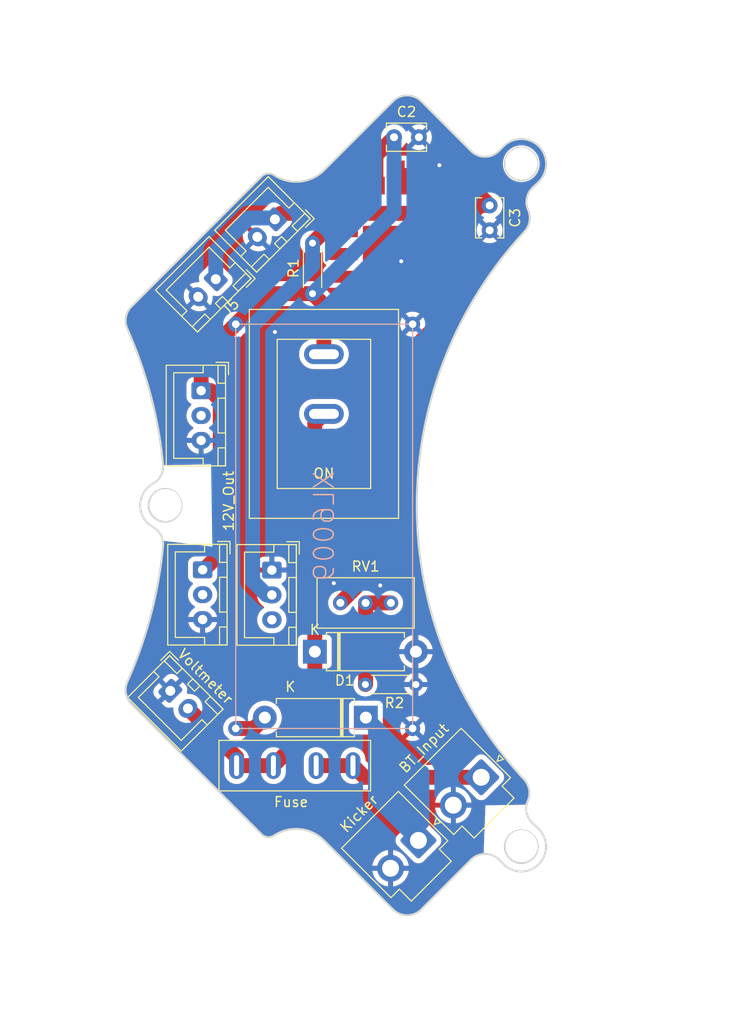
<source format=kicad_pcb>
(kicad_pcb (version 20221018) (generator pcbnew)
  (layers (0 "F.Cu" signal) (31 "B.Cu" signal) (34 "B.Paste" user) (35 "F.Paste" user) (36 "B.SilkS" user "B.Silkscreen") (37 "F.SilkS" user "F.Silkscreen") (38 "B.Mask" user) (39 "F.Mask" user) (44 "Edge.Cuts" user))
  (net 0 "")
  (net 1 "GND")
  (net 2 "+12V")
  (net 3 "+5V")
  (net 4 "Net-(U1-ON{slash}OFF_CTRL)")
  (net 5 "Net-(R2-Pad1)")
  (net 6 "Net-(U1-TRIM)")
  (net 8 "+48V")
  (net 10 "Net-(D2-A)")
  (net 11 "Net-(BT1-+)")
  (net 12 "電圧計")
  (footprint "Connector_JST:JST_XH_B2B-XH-A_1x02_P2.50mm_Vertical" (layer "F.Cu") (at 102.8446 125.8316 -45)
    (fp_text reference "Voltmeter" (at 1.472762 -3.52026 135) (layer "F.SilkS"))
    (fp_text value "Conn_01x02_Socket" hide)
    (fp_line (start -2.85 -2.75) (end -2.85 -1.5) (stroke (width 0.12)) (layer "F.SilkS"))
    (fp_line (start -2.56 -2.46) (end -2.56 3.51) (stroke (width 0.12)) (layer "F.SilkS"))
    (fp_line (start -2.56 3.51) (end 5.06 3.51) (stroke (width 0.12)) (layer "F.SilkS"))
    (fp_line (start -2.55 -2.45) (end -2.55 -1.7) (stroke (width 0.12)) (layer "F.SilkS"))
    (fp_line (start -2.55 -1.7) (end -0.75 -1.7) (stroke (width 0.12)) (layer "F.SilkS"))
    (fp_line (start -2.55 -0.2) (end -1.8 -0.2) (stroke (width 0.12)) (layer "F.SilkS"))
    (fp_line (start -1.8 -0.2) (end -1.8 2.75) (stroke (width 0.12)) (layer "F.SilkS"))
    (fp_line (start -1.8 2.75) (end 1.25 2.75) (stroke (width 0.12)) (layer "F.SilkS"))
    (fp_line (start -1.6 -2.75) (end -2.85 -2.75) (stroke (width 0.12)) (layer "F.SilkS"))
    (fp_line (start -0.75 -2.45) (end -2.55 -2.45) (stroke (width 0.12)) (layer "F.SilkS"))
    (fp_line (start -0.75 -1.7) (end -0.75 -2.45) (stroke (width 0.12)) (layer "F.SilkS"))
    (fp_line (start 0.75 -2.45) (end 0.75 -1.7) (stroke (width 0.12)) (layer "F.SilkS"))
    (fp_line (start 0.75 -1.7) (end 1.75 -1.7) (stroke (width 0.12)) (layer "F.SilkS"))
    (fp_line (start 1.75 -2.45) (end 0.75 -2.45) (stroke (width 0.12)) (layer "F.SilkS"))
    (fp_line (start 1.75 -1.7) (end 1.75 -2.45) (stroke (width 0.12)) (layer "F.SilkS"))
    (fp_line (start 3.25 -2.45) (end 3.25 -1.7) (stroke (width 0.12)) (layer "F.SilkS"))
    (fp_line (start 3.25 -1.7) (end 5.05 -1.7) (stroke (width 0.12)) (layer "F.SilkS"))
    (fp_line (start 4.3 -0.2) (end 4.3 2.75) (stroke (width 0.12)) (layer "F.SilkS"))
    (fp_line (start 4.3 2.75) (end 1.25 2.75) (stroke (width 0.12)) (layer "F.SilkS"))
    (fp_line (start 5.05 -2.45) (end 3.25 -2.45) (stroke (width 0.12)) (layer "F.SilkS"))
    (fp_line (start 5.05 -1.7) (end 5.05 -2.45) (stroke (width 0.12)) (layer "F.SilkS"))
    (fp_line (start 5.05 -0.2) (end 4.3 -0.2) (stroke (width 0.12)) (layer "F.SilkS"))
    (fp_line (start 5.06 -2.46) (end -2.56 -2.46) (stroke (width 0.12)) (layer "F.SilkS"))
    (fp_line (start 5.06 3.51) (end 5.06 -2.46) (stroke (width 0.12)) (layer "F.SilkS"))
    (pad "1" thru_hole roundrect (at 0 0 315) (size 1.7 2) (drill 1) (layers "*.Cu" "*.Mask") (roundrect_rratio 0.1470588235) (net 1 "GND"))
    (pad "2" thru_hole oval (at 2.5 0 315) (size 1.7 2) (drill 1) (layers "*.Cu" "*.Mask") (net 12 "電圧計"))
  )
  (footprint "Diode_THT:D_DO-15_P10.16mm_Horizontal" (layer "F.Cu") (at 117.3734 121.8946)
    (fp_text reference "D1" (at 2.9972 2.8956) (layer "F.SilkS"))
    (fp_text value "D")
    (fp_text user "K" (at 0 -2.2) (layer "F.SilkS"))
    (fp_line (start 1.16 -1.92) (end 9 -1.92) (stroke (width 0.12)) (layer "F.SilkS"))
    (fp_line (start 1.16 -1.44) (end 1.16 -1.92) (stroke (width 0.12)) (layer "F.SilkS"))
    (fp_line (start 1.16 1.44) (end 1.16 1.92) (stroke (width 0.12)) (layer "F.SilkS"))
    (fp_line (start 1.16 1.92) (end 9 1.92) (stroke (width 0.12)) (layer "F.SilkS"))
    (fp_line (start 2.3 -1.92) (end 2.3 1.92) (stroke (width 0.12)) (layer "F.SilkS"))
    (fp_line (start 2.42 -1.92) (end 2.42 1.92) (stroke (width 0.12)) (layer "F.SilkS"))
    (fp_line (start 2.54 -1.92) (end 2.54 1.92) (stroke (width 0.12)) (layer "F.SilkS"))
    (fp_line (start 9 -1.92) (end 9 -1.44) (stroke (width 0.12)) (layer "F.SilkS"))
    (fp_line (start 9 1.92) (end 9 1.44) (stroke (width 0.12)) (layer "F.SilkS"))
    (pad "1" thru_hole rect (at 0 0) (size 2.4 2.4) (drill 1.2) (layers "*.Cu" "*.Mask") (net 12 "電圧計"))
    (pad "2" thru_hole oval (at 10.16 0) (size 2.4 2.4) (drill 1.2) (layers "*.Cu" "*.Mask") (net 1 "GND"))
  )
  (footprint "Resistor_THT:R_Axial_DIN0204_L3.6mm_D1.6mm_P5.08mm_Horizontal" (layer "F.Cu") (at 122.4534 125.1966)
    (fp_text reference "R2" (at 2.921 1.8542) (layer "F.SilkS"))
    (fp_text value "R" hide)
    (fp_line (start 0.62 -0.92) (end 4.46 -0.92) (stroke (width 0.12)) (layer "F.SilkS"))
    (fp_line (start 0.62 0.92) (end 4.46 0.92) (stroke (width 0.12)) (layer "F.SilkS"))
    (pad "1" thru_hole circle (at 0 0) (size 1.4 1.4) (drill 0.7) (layers "*.Cu" "*.Mask") (net 5 "Net-(R2-Pad1)"))
    (pad "2" thru_hole oval (at 5.08 0) (size 1.4 1.4) (drill 0.7) (layers "*.Cu" "*.Mask") (net 1 "GND"))
  )
  (footprint "MountingHole:MountingHole_3.2mm_M3" (layer "F.Cu") (at 138.1506 141.4526)
    (fp_text reference "REF**" hide)
    (fp_text value "MountingHole_3.2mm_M3")
    (pad "" np_thru_hole circle (at 0 0) (size 3.2 3.2) (drill 3.2) (layers "F&B.Cu" "*.Mask"))
  )
  (footprint "Potentiometer_THT:Potentiometer_Bourns_3296W_Vertical" (layer "F.Cu") (at 125.0188 116.9924)
    (fp_text reference "RV1" (at -2.54 -3.66) (layer "F.SilkS"))
    (fp_text value "R_Potentiometer_Trim_US" hide)
    (fp_line (start -7.425 -2.53) (end -7.425 2.54) (stroke (width 0.12)) (layer "F.SilkS"))
    (fp_line (start -7.425 -2.53) (end 2.345 -2.53) (stroke (width 0.12)) (layer "F.SilkS"))
    (fp_line (start -7.425 2.54) (end 2.345 2.54) (stroke (width 0.12)) (layer "F.SilkS"))
    (fp_line (start 2.345 -2.53) (end 2.345 2.54) (stroke (width 0.12)) (layer "F.SilkS"))
    (pad "1" thru_hole circle (at 0 0) (size 1.44 1.44) (drill 0.8) (layers "*.Cu" "*.Mask") (net 5 "Net-(R2-Pad1)"))
    (pad "2" thru_hole circle (at -2.54 0) (size 1.44 1.44) (drill 0.8) (layers "*.Cu" "*.Mask") (net 5 "Net-(R2-Pad1)"))
    (pad "3" thru_hole circle (at -5.08 0) (size 1.44 1.44) (drill 0.8) (layers "*.Cu" "*.Mask") (net 6 "Net-(U1-TRIM)"))
  )
  (footprint "Fuse_Socket:fuse_socket" (layer "F.Cu") (at 115.3588 135.89 180)
    (fp_text reference "Fuse" (at 0.373 -1.1176) (layer "F.SilkS"))
    (fp_text value "Fuse" hide)
    (fp_line (start -7.62 0) (end -7.62 5.08) (stroke (width 0.12)) (layer "F.SilkS"))
    (fp_line (start -7.62 5.08) (end 0 5.08) (stroke (width 0.12)) (layer "F.SilkS"))
    (fp_line (start 0 0) (end -7.62 0) (stroke (width 0.12)) (layer "F.SilkS"))
    (fp_line (start 0 5.08) (end 7.62 5.08) (stroke (width 0.12)) (layer "F.SilkS"))
    (fp_line (start 7.62 0) (end 0 0) (stroke (width 0.12)) (layer "F.SilkS"))
    (fp_line (start 7.62 5.08) (end 7.62 0) (stroke (width 0.12)) (layer "F.SilkS"))
    (pad "1" thru_hole oval (at -5.85 2.54 180) (size 1.5 2.7) (drill oval 0.5 2.1) (layers "*.Cu" "*.Mask") (net 11 "Net-(BT1-+)"))
    (pad "1" thru_hole oval (at -2.15 2.54 180) (size 1.5 2.7) (drill oval 0.5 2.1) (layers "*.Cu" "*.Mask") (net 11 "Net-(BT1-+)"))
    (pad "2" thru_hole oval (at 2.15 2.54 180) (size 1.5 2.7) (drill oval 0.5 2.1) (layers "*.Cu" "*.Mask") (net 12 "電圧計"))
    (pad "2" thru_hole oval (at 5.85 2.54 180) (size 1.5 2.7) (drill oval 0.5 2.1) (layers "*.Cu" "*.Mask") (net 12 "電圧計"))
  )
  (footprint "Connector_JST:JST_XH_B3B-XH-A_1x03_P2.50mm_Vertical" (layer "F.Cu") (at 106.0958 113.665 -90)
    (fp_text reference "12V_Out" (at -6.9088 -2.6162 90) (layer "F.SilkS"))
    (fp_text value "Conn_01x03_Socket" hide)
    (fp_line (start -2.85 -2.75) (end -2.85 -1.5) (stroke (width 0.12)) (layer "F.SilkS"))
    (fp_line (start -2.56 -2.46) (end -2.56 3.51) (stroke (width 0.12)) (layer "F.SilkS"))
    (fp_line (start -2.56 3.51) (end 7.56 3.51) (stroke (width 0.12)) (layer "F.SilkS"))
    (fp_line (start -2.55 -2.45) (end -2.55 -1.7) (stroke (width 0.12)) (layer "F.SilkS"))
    (fp_line (start -2.55 -1.7) (end -0.75 -1.7) (stroke (width 0.12)) (layer "F.SilkS"))
    (fp_line (start -2.55 -0.2) (end -1.8 -0.2) (stroke (width 0.12)) (layer "F.SilkS"))
    (fp_line (start -1.8 -0.2) (end -1.8 2.75) (stroke (width 0.12)) (layer "F.SilkS"))
    (fp_line (start -1.8 2.75) (end 2.5 2.75) (stroke (width 0.12)) (layer "F.SilkS"))
    (fp_line (start -1.6 -2.75) (end -2.85 -2.75) (stroke (width 0.12)) (layer "F.SilkS"))
    (fp_line (start -0.75 -2.45) (end -2.55 -2.45) (stroke (width 0.12)) (layer "F.SilkS"))
    (fp_line (start -0.75 -1.7) (end -0.75 -2.45) (stroke (width 0.12)) (layer "F.SilkS"))
    (fp_line (start 0.75 -2.45) (end 0.75 -1.7) (stroke (width 0.12)) (layer "F.SilkS"))
    (fp_line (start 0.75 -1.7) (end 4.25 -1.7) (stroke (width 0.12)) (layer "F.SilkS"))
    (fp_line (start 4.25 -2.45) (end 0.75 -2.45) (stroke (width 0.12)) (layer "F.SilkS"))
    (fp_line (start 4.25 -1.7) (end 4.25 -2.45) (stroke (width 0.12)) (layer "F.SilkS"))
    (fp_line (start 5.75 -2.45) (end 5.75 -1.7) (stroke (width 0.12)) (layer "F.SilkS"))
    (fp_line (start 5.75 -1.7) (end 7.55 -1.7) (stroke (width 0.12)) (layer "F.SilkS"))
    (fp_line (start 6.8 -0.2) (end 6.8 2.75) (stroke (width 0.12)) (layer "F.SilkS"))
    (fp_line (start 6.8 2.75) (end 2.5 2.75) (stroke (width 0.12)) (layer "F.SilkS"))
    (fp_line (start 7.55 -2.45) (end 5.75 -2.45) (stroke (width 0.12)) (layer "F.SilkS"))
    (fp_line (start 7.55 -1.7) (end 7.55 -2.45) (stroke (width 0.12)) (layer "F.SilkS"))
    (fp_line (start 7.55 -0.2) (end 6.8 -0.2) (stroke (width 0.12)) (layer "F.SilkS"))
    (fp_line (start 7.56 -2.46) (end -2.56 -2.46) (stroke (width 0.12)) (layer "F.SilkS"))
    (fp_line (start 7.56 3.51) (end 7.56 -2.46) (stroke (width 0.12)) (layer "F.SilkS"))
    (pad "1" thru_hole roundrect (at 0 0 270) (size 1.7 1.95) (drill 0.95) (layers "*.Cu" "*.Mask") (roundrect_rratio 0.1470588235) (net 2 "+12V"))
    (pad "2" thru_hole oval (at 2.5 0 270) (size 1.7 1.95) (drill 0.95) (layers "*.Cu" "*.Mask"))
    (pad "3" thru_hole oval (at 5 0 270) (size 1.7 1.95) (drill 0.95) (layers "*.Cu" "*.Mask") (net 1 "GND"))
  )
  (footprint "Connector_JST:JST_XH_B3B-XH-A_1x03_P2.50mm_Vertical" (layer "F.Cu") (at 113.0554 113.6904 -90)
    (fp_text reference "SW2" hide)
    (fp_text value "SW_DIP_x01" hide)
    (fp_line (start -2.85 -2.75) (end -2.85 -1.5) (stroke (width 0.12)) (layer "F.SilkS"))
    (fp_line (start -2.56 -2.46) (end -2.56 3.51) (stroke (width 0.12)) (layer "F.SilkS"))
    (fp_line (start -2.56 3.51) (end 7.56 3.51) (stroke (width 0.12)) (layer "F.SilkS"))
    (fp_line (start -2.55 -2.45) (end -2.55 -1.7) (stroke (width 0.12)) (layer "F.SilkS"))
    (fp_line (start -2.55 -1.7) (end -0.75 -1.7) (stroke (width 0.12)) (layer "F.SilkS"))
    (fp_line (start -2.55 -0.2) (end -1.8 -0.2) (stroke (width 0.12)) (layer "F.SilkS"))
    (fp_line (start -1.8 -0.2) (end -1.8 2.75) (stroke (width 0.12)) (layer "F.SilkS"))
    (fp_line (start -1.8 2.75) (end 2.5 2.75) (stroke (width 0.12)) (layer "F.SilkS"))
    (fp_line (start -1.6 -2.75) (end -2.85 -2.75) (stroke (width 0.12)) (layer "F.SilkS"))
    (fp_line (start -0.75 -2.45) (end -2.55 -2.45) (stroke (width 0.12)) (layer "F.SilkS"))
    (fp_line (start -0.75 -1.7) (end -0.75 -2.45) (stroke (width 0.12)) (layer "F.SilkS"))
    (fp_line (start 0.75 -2.45) (end 0.75 -1.7) (stroke (width 0.12)) (layer "F.SilkS"))
    (fp_line (start 0.75 -1.7) (end 4.25 -1.7) (stroke (width 0.12)) (layer "F.SilkS"))
    (fp_line (start 4.25 -2.45) (end 0.75 -2.45) (stroke (width 0.12)) (layer "F.SilkS"))
    (fp_line (start 4.25 -1.7) (end 4.25 -2.45) (stroke (width 0.12)) (layer "F.SilkS"))
    (fp_line (start 5.75 -2.45) (end 5.75 -1.7) (stroke (width 0.12)) (layer "F.SilkS"))
    (fp_line (start 5.75 -1.7) (end 7.55 -1.7) (stroke (width 0.12)) (layer "F.SilkS"))
    (fp_line (start 6.8 -0.2) (end 6.8 2.75) (stroke (width 0.12)) (layer "F.SilkS"))
    (fp_line (start 6.8 2.75) (end 2.5 2.75) (stroke (width 0.12)) (layer "F.SilkS"))
    (fp_line (start 7.55 -2.45) (end 5.75 -2.45) (stroke (width 0.12)) (layer "F.SilkS"))
    (fp_line (start 7.55 -1.7) (end 7.55 -2.45) (stroke (width 0.12)) (layer "F.SilkS"))
    (fp_line (start 7.55 -0.2) (end 6.8 -0.2) (stroke (width 0.12)) (layer "F.SilkS"))
    (fp_line (start 7.56 -2.46) (end -2.56 -2.46) (stroke (width 0.12)) (layer "F.SilkS"))
    (fp_line (start 7.56 3.51) (end 7.56 -2.46) (stroke (width 0.12)) (layer "F.SilkS"))
    (pad "1" thru_hole roundrect (at 0 0 270) (size 1.7 1.95) (drill 0.95) (layers "*.Cu" "*.Mask") (roundrect_rratio 0.1470588235) (net 1 "GND"))
    (pad "2" thru_hole oval (at 2.5 0 270) (size 1.7 1.95) (drill 0.95) (layers "*.Cu" "*.Mask") (net 4 "Net-(U1-ON{slash}OFF_CTRL)"))
    (pad "3" thru_hole oval (at 5 0 270) (size 1.7 1.95) (drill 0.95) (layers "*.Cu" "*.Mask"))
  )
  (footprint "switch:DS-850k" (layer "F.Cu") (at 118.2878 97.9932 -90)
    (fp_text reference "SW1" hide)
    (fp_text value "SW_DIP_x01")
    (fp_text user "ON" (at 6 0) (layer "F.SilkS"))
    (fp_line (start -10.5 -7.5) (end -10.5 7.5) (stroke (width 0.12)) (layer "F.SilkS"))
    (fp_line (start -10.5 7.5) (end 10.5 7.5) (stroke (width 0.12)) (layer "F.SilkS"))
    (fp_line (start -7.5 -4.7) (end -7.5 4.7) (stroke (width 0.12)) (layer "F.SilkS"))
    (fp_line (start -7.5 4.7) (end 7.5 4.7) (stroke (width 0.12)) (layer "F.SilkS"))
    (fp_line (start 7.5 -4.7) (end -7.5 -4.7) (stroke (width 0.12)) (layer "F.SilkS"))
    (fp_line (start 7.5 0) (end 7.5 -4.7) (stroke (width 0.12)) (layer "F.SilkS"))
    (fp_line (start 7.5 4.7) (end 7.5 0) (stroke (width 0.12)) (layer "F.SilkS"))
    (fp_line (start 10.5 -7.5) (end -10.5 -7.5) (stroke (width 0.12)) (layer "F.SilkS"))
    (fp_line (start 10.5 0) (end 10.5 -7.5) (stroke (width 0.12)) (layer "F.SilkS"))
    (fp_line (start 10.5 7.5) (end 10.5 0) (stroke (width 0.12)) (layer "F.SilkS"))
    (pad "1" thru_hole oval (at 0 0) (size 4 2) (drill oval 3 1) (layers "*.Cu" "*.Mask") (net 12 "電圧計"))
    (pad "2" thru_hole oval (at -6 0) (size 4 2) (drill oval 3 1) (layers "*.Cu" "*.Mask") (net 2 "+12V"))
  )
  (footprint "MountingHole:MountingHole_3.2mm_M3" (layer "F.Cu") (at 138.1252 72.8472)
    (fp_text reference "REF**" hide)
    (fp_text value "MountingHole_3.2mm_M3")
    (pad "" np_thru_hole circle (at 0 0) (size 3.2 3.2) (drill 3.2) (layers "F&B.Cu" "*.Mask"))
  )
  (footprint "Connector_JST:JST_VH_B2P-VH_1x02_P3.96mm_Vertical" (layer "F.Cu") (at 134.09758 134.523238 -135)
    (fp_text reference "BT_Input" (at 1.99796 6.13572 45) (layer "F.SilkS"))
    (fp_text value "Battery" hide)
    (fp_line (start -2.86 -0.3) (end -2.26 0) (stroke (width 0.12)) (layer "F.SilkS"))
    (fp_line (start -2.86 0.3) (end -2.86 -0.3) (stroke (width 0.12)) (layer "F.SilkS"))
    (fp_line (start -2.26 0) (end -2.86 0.3) (stroke (width 0.12)) (layer "F.SilkS"))
    (fp_line (start -2.06 -2.11) (end -0.86 -2.11) (stroke (width 0.12)) (layer "F.SilkS"))
    (fp_line (start -2.06 4.91) (end -2.06 -2.11) (stroke (width 0.12)) (layer "F.SilkS"))
    (fp_line (start -0.86 -3.81) (end 4.82 -3.81) (stroke (width 0.12)) (layer "F.SilkS"))
    (fp_line (start -0.86 -2.11) (end -0.86 -3.81) (stroke (width 0.12)) (layer "F.SilkS"))
    (fp_line (start 4.82 -3.81) (end 4.82 -2.11) (stroke (width 0.12)) (layer "F.SilkS"))
    (fp_line (start 4.82 -2.11) (end 6.02 -2.11) (stroke (width 0.12)) (layer "F.SilkS"))
    (fp_line (start 6.02 -2.11) (end 6.02 4.91) (stroke (width 0.12)) (layer "F.SilkS"))
    (fp_line (start 6.02 4.91) (end -2.06 4.91) (stroke (width 0.12)) (layer "F.SilkS"))
    (pad "1" thru_hole roundrect (at 0 0 225) (size 2.7 2.7) (drill 1.7) (layers "*.Cu" "*.Mask") (roundrect_rratio 0.09259296296) (net 11 "Net-(BT1-+)"))
    (pad "2" thru_hole circle (at 3.96 0 225) (size 2.7 2.7) (drill 1.7) (layers "*.Cu" "*.Mask") (net 1 "GND"))
  )
  (footprint "Resistor_THT:R_Axial_DIN0204_L3.6mm_D1.6mm_P5.08mm_Horizontal" (layer "F.Cu") (at 117.1448 85.9028 90)
    (fp_text reference "R1" (at 2.54 -1.92 90) (layer "F.SilkS"))
    (fp_text value "R")
    (fp_line (start 0.62 -0.92) (end 4.46 -0.92) (stroke (width 0.12)) (layer "F.SilkS"))
    (fp_line (start 0.62 0.92) (end 4.46 0.92) (stroke (width 0.12)) (layer "F.SilkS"))
    (pad "1" thru_hole circle (at 0 0 90) (size 1.4 1.4) (drill 0.7) (layers "*.Cu" "*.Mask") (net 2 "+12V"))
    (pad "2" thru_hole oval (at 5.08 0 90) (size 1.4 1.4) (drill 0.7) (layers "*.Cu" "*.Mask") (net 4 "Net-(U1-ON{slash}OFF_CTRL)"))
  )
  (footprint "Connector_JST:JST_XH_B2B-XH-A_1x02_P2.50mm_Vertical" (layer "F.Cu") (at 107.4166 84.455 -135)
    (fp_text reference "J5" (at 0.933947 -3.053287 45) (layer "F.SilkS"))
    (fp_text value "Conn_01x02_Socket" hide)
    (fp_line (start -2.85 -2.75) (end -2.85 -1.5) (stroke (width 0.12)) (layer "F.SilkS"))
    (fp_line (start -2.56 -2.46) (end -2.56 3.51) (stroke (width 0.12)) (layer "F.SilkS"))
    (fp_line (start -2.56 3.51) (end 5.06 3.51) (stroke (width 0.12)) (layer "F.SilkS"))
    (fp_line (start -2.55 -2.45) (end -2.55 -1.7) (stroke (width 0.12)) (layer "F.SilkS"))
    (fp_line (start -2.55 -1.7) (end -0.75 -1.7) (stroke (width 0.12)) (layer "F.SilkS"))
    (fp_line (start -2.55 -0.2) (end -1.8 -0.2) (stroke (width 0.12)) (layer "F.SilkS"))
    (fp_line (start -1.8 -0.2) (end -1.8 2.75) (stroke (width 0.12)) (layer "F.SilkS"))
    (fp_line (start -1.8 2.75) (end 1.25 2.75) (stroke (width 0.12)) (layer "F.SilkS"))
    (fp_line (start -1.6 -2.75) (end -2.85 -2.75) (stroke (width 0.12)) (layer "F.SilkS"))
    (fp_line (start -0.75 -2.45) (end -2.55 -2.45) (stroke (width 0.12)) (layer "F.SilkS"))
    (fp_line (start -0.75 -1.7) (end -0.75 -2.45) (stroke (width 0.12)) (layer "F.SilkS"))
    (fp_line (start 0.75 -2.45) (end 0.75 -1.7) (stroke (width 0.12)) (layer "F.SilkS"))
    (fp_line (start 0.75 -1.7) (end 1.75 -1.7) (stroke (width 0.12)) (layer "F.SilkS"))
    (fp_line (start 1.75 -2.45) (end 0.75 -2.45) (stroke (width 0.12)) (layer "F.SilkS"))
    (fp_line (start 1.75 -1.7) (end 1.75 -2.45) (stroke (width 0.12)) (layer "F.SilkS"))
    (fp_line (start 3.25 -2.45) (end 3.25 -1.7) (stroke (width 0.12)) (layer "F.SilkS"))
    (fp_line (start 3.25 -1.7) (end 5.05 -1.7) (stroke (width 0.12)) (layer "F.SilkS"))
    (fp_line (start 4.3 -0.2) (end 4.3 2.75) (stroke (width 0.12)) (layer "F.SilkS"))
    (fp_line (start 4.3 2.75) (end 1.25 2.75) (stroke (width 0.12)) (layer "F.SilkS"))
    (fp_line (start 5.05 -2.45) (end 3.25 -2.45) (stroke (width 0.12)) (layer "F.SilkS"))
    (fp_line (start 5.05 -1.7) (end 5.05 -2.45) (stroke (width 0.12)) (layer "F.SilkS"))
    (fp_line (start 5.05 -0.2) (end 4.3 -0.2) (stroke (width 0.12)) (layer "F.SilkS"))
    (fp_line (start 5.06 -2.46) (end -2.56 -2.46) (stroke (width 0.12)) (layer "F.SilkS"))
    (fp_line (start 5.06 3.51) (end 5.06 -2.46) (stroke (width 0.12)) (layer "F.SilkS"))
    (pad "1" thru_hole roundrect (at 0 0 225) (size 1.7 2) (drill 1) (layers "*.Cu" "*.Mask") (roundrect_rratio 0.1470588235) (net 3 "+5V"))
    (pad "2" thru_hole oval (at 2.5 0 225) (size 1.7 2) (drill 1) (layers "*.Cu" "*.Mask") (net 1 "GND"))
  )
  (footprint "Capacitor_THT:C_Disc_D3.8mm_W2.6mm_P2.50mm" (layer "F.Cu") (at 134.9502 77.0382 -90)
    (fp_text reference "C3" (at 1.25 -2.55 90) (layer "F.SilkS"))
    (fp_text value "C")
    (fp_line (start -0.77 -1.42) (end -0.77 -0.795) (stroke (width 0.12)) (layer "F.SilkS"))
    (fp_line (start -0.77 -1.42) (end 3.27 -1.42) (stroke (width 0.12)) (layer "F.SilkS"))
    (fp_line (start -0.77 0.795) (end -0.77 1.42) (stroke (width 0.12)) (layer "F.SilkS"))
    (fp_line (start -0.77 1.42) (end 3.27 1.42) (stroke (width 0.12)) (layer "F.SilkS"))
    (fp_line (start 3.27 -1.42) (end 3.27 -0.795) (stroke (width 0.12)) (layer "F.SilkS"))
    (fp_line (start 3.27 0.795) (end 3.27 1.42) (stroke (width 0.12)) (layer "F.SilkS"))
    (pad "1" thru_hole circle (at 0 0 270) (size 1.6 1.6) (drill 0.8) (layers "*.Cu" "*.Mask") (net 3 "+5V"))
    (pad "2" thru_hole circle (at 2.5 0 270) (size 1.6 1.6) (drill 0.8) (layers "*.Cu" "*.Mask") (net 1 "GND"))
  )
  (footprint "Connector_JST:JST_XH_B2B-XH-A_1x02_P2.50mm_Vertical" (layer "F.Cu") (at 113.3602 78.4352 -135)
    (fp_text reference "J4" hide)
    (fp_text value "Conn_01x02_Socket" hide)
    (fp_line (start -2.85 -2.75) (end -2.85 -1.5) (stroke (width 0.12)) (layer "F.SilkS"))
    (fp_line (start -2.56 -2.46) (end -2.56 3.51) (stroke (width 0.12)) (layer "F.SilkS"))
    (fp_line (start -2.56 3.51) (end 5.06 3.51) (stroke (width 0.12)) (layer "F.SilkS"))
    (fp_line (start -2.55 -2.45) (end -2.55 -1.7) (stroke (width 0.12)) (layer "F.SilkS"))
    (fp_line (start -2.55 -1.7) (end -0.75 -1.7) (stroke (width 0.12)) (layer "F.SilkS"))
    (fp_line (start -2.55 -0.2) (end -1.8 -0.2) (stroke (width 0.12)) (layer "F.SilkS"))
    (fp_line (start -1.8 -0.2) (end -1.8 2.75) (stroke (width 0.12)) (layer "F.SilkS"))
    (fp_line (start -1.8 2.75) (end 1.25 2.75) (stroke (width 0.12)) (layer "F.SilkS"))
    (fp_line (start -1.6 -2.75) (end -2.85 -2.75) (stroke (width 0.12)) (layer "F.SilkS"))
    (fp_line (start -0.75 -2.45) (end -2.55 -2.45) (stroke (width 0.12)) (layer "F.SilkS"))
    (fp_line (start -0.75 -1.7) (end -0.75 -2.45) (stroke (width 0.12)) (layer "F.SilkS"))
    (fp_line (start 0.75 -2.45) (end 0.75 -1.7) (stroke (width 0.12)) (layer "F.SilkS"))
    (fp_line (start 0.75 -1.7) (end 1.75 -1.7) (stroke (width 0.12)) (layer "F.SilkS"))
    (fp_line (start 1.75 -2.45) (end 0.75 -2.45) (stroke (width 0.12)) (layer "F.SilkS"))
    (fp_line (start 1.75 -1.7) (end 1.75 -2.45) (stroke (width 0.12)) (layer "F.SilkS"))
    (fp_line (start 3.25 -2.45) (end 3.25 -1.7) (stroke (width 0.12)) (layer "F.SilkS"))
    (fp_line (start 3.25 -1.7) (end 5.05 -1.7) (stroke (width 0.12)) (layer "F.SilkS"))
    (fp_line (start 4.3 -0.2) (end 4.3 2.75) (stroke (width 0.12)) (layer "F.SilkS"))
    (fp_line (start 4.3 2.75) (end 1.25 2.75) (stroke (width 0.12)) (layer "F.SilkS"))
    (fp_line (start 5.05 -2.45) (end 3.25 -2.45) (stroke (width 0.12)) (layer "F.SilkS"))
    (fp_line (start 5.05 -1.7) (end 5.05 -2.45) (stroke (width 0.12)) (layer "F.SilkS"))
    (fp_line (start 5.05 -0.2) (end 4.3 -0.2) (stroke (width 0.12)) (layer "F.SilkS"))
    (fp_line (start 5.06 -2.46) (end -2.56 -2.46) (stroke (width 0.12)) (layer "F.SilkS"))
    (fp_line (start 5.06 3.51) (end 5.06 -2.46) (stroke (width 0.12)) (layer "F.SilkS"))
    (pad "1" thru_hole roundrect (at 0 0 225) (size 1.7 2) (drill 1) (layers "*.Cu" "*.Mask") (roundrect_rratio 0.1470588235) (net 3 "+5V"))
    (pad "2" thru_hole oval (at 2.5 0 225) (size 1.7 2) (drill 1) (layers "*.Cu" "*.Mask") (net 1 "GND"))
  )
  (footprint "Connector_JST:JST_XH_B3B-XH-A_1x03_P2.50mm_Vertical" (layer "F.Cu") (at 105.9434 95.6602 -90)
    (fp_text reference "J2" hide)
    (fp_text value "Conn_01x03_Socket")
    (fp_line (start -2.85 -2.75) (end -2.85 -1.5) (stroke (width 0.12)) (layer "F.SilkS"))
    (fp_line (start -2.56 -2.46) (end -2.56 3.51) (stroke (width 0.12)) (layer "F.SilkS"))
    (fp_line (start -2.56 3.51) (end 7.56 3.51) (stroke (width 0.12)) (layer "F.SilkS"))
    (fp_line (start -2.55 -2.45) (end -2.55 -1.7) (stroke (width 0.12)) (layer "F.SilkS"))
    (fp_line (start -2.55 -1.7) (end -0.75 -1.7) (stroke (width 0.12)) (layer "F.SilkS"))
    (fp_line (start -2.55 -0.2) (end -1.8 -0.2) (stroke (width 0.12)) (layer "F.SilkS"))
    (fp_line (start -1.8 -0.2) (end -1.8 2.75) (stroke (width 0.12)) (layer "F.SilkS"))
    (fp_line (start -1.8 2.75) (end 2.5 2.75) (stroke (width 0.12)) (layer "F.SilkS"))
    (fp_line (start -1.6 -2.75) (end -2.85 -2.75) (stroke (width 0.12)) (layer "F.SilkS"))
    (fp_line (start -0.75 -2.45) (end -2.55 -2.45) (stroke (width 0.12)) (layer "F.SilkS"))
    (fp_line (start -0.75 -1.7) (end -0.75 -2.45) (stroke (width 0.12)) (layer "F.SilkS"))
    (fp_line (start 0.75 -2.45) (end 0.75 -1.7) (stroke (width 0.12)) (layer "F.SilkS"))
    (fp_line (start 0.75 -1.7) (end 4.25 -1.7) (stroke (width 0.12)) (layer "F.SilkS"))
    (fp_line (start 4.25 -2.45) (end 0.75 -2.45) (stroke (width 0.12)) (layer "F.SilkS"))
    (fp_line (start 4.25 -1.7) (end 4.25 -2.45) (stroke (width 0.12)) (layer "F.SilkS"))
    (fp_line (start 5.75 -2.45) (end 5.75 -1.7) (stroke (width 0.12)) (layer "F.SilkS"))
    (fp_line (start 5.75 -1.7) (end 7.55 -1.7) (stroke (width 0.12)) (layer "F.SilkS"))
    (fp_line (start 6.8 -0.2) (end 6.8 2.75) (stroke (width 0.12)) (layer "F.SilkS"))
    (fp_line (start 6.8 2.75) (end 2.5 2.75) (stroke (width 0.12)) (layer "F.SilkS"))
    (fp_line (start 7.55 -2.45) (end 5.75 -2.45) (stroke (width 0.12)) (layer "F.SilkS"))
    (fp_line (start 7.55 -1.7) (end 7.55 -2.45) (stroke (width 0.12)) (layer "F.SilkS"))
    (fp_line (start 7.55 -0.2) (end 6.8 -0.2) (stroke (width 0.12)) (layer "F.SilkS"))
    (fp_line (start 7.56 -2.46) (end -2.56 -2.46) (stroke (width 0.12)) (layer "F.SilkS"))
    (fp_line (start 7.56 3.51) (end 7.56 -2.46) (stroke (width 0.12)) (layer "F.SilkS"))
    (pad "1" thru_hole roundrect (at 0 0 270) (size 1.7 1.95) (drill 0.95) (layers "*.Cu" "*.Mask") (roundrect_rratio 0.1470588235) (net 2 "+12V"))
    (pad "2" thru_hole oval (at 2.5 0 270) (size 1.7 1.95) (drill 0.95) (layers "*.Cu" "*.Mask"))
    (pad "3" thru_hole oval (at 5 0 270) (size 1.7 1.95) (drill 0.95) (layers "*.Cu" "*.Mask") (net 1 "GND"))
  )
  (footprint "Capacitor_THT:C_Disc_D3.8mm_W2.6mm_P2.50mm" (layer "F.Cu") (at 125.3382 70.1802)
    (fp_text reference "C2" (at 1.25 -2.55) (layer "F.SilkS"))
    (fp_text value "C")
    (fp_line (start -0.77 -1.42) (end -0.77 -0.795) (stroke (width 0.12)) (layer "F.SilkS"))
    (fp_line (start -0.77 -1.42) (end 3.27 -1.42) (stroke (width 0.12)) (layer "F.SilkS"))
    (fp_line (start -0.77 0.795) (end -0.77 1.42) (stroke (width 0.12)) (layer "F.SilkS"))
    (fp_line (start -0.77 1.42) (end 3.27 1.42) (stroke (width 0.12)) (layer "F.SilkS"))
    (fp_line (start 3.27 -1.42) (end 3.27 -0.795) (stroke (width 0.12)) (layer "F.SilkS"))
    (fp_line (start 3.27 0.795) (end 3.27 1.42) (stroke (width 0.12)) (layer "F.SilkS"))
    (pad "1" thru_hole circle (at 0 0) (size 1.6 1.6) (drill 0.8) (layers "*.Cu" "*.Mask") (net 2 "+12V"))
    (pad "2" thru_hole circle (at 2.5 0) (size 1.6 1.6) (drill 0.8) (layers "*.Cu" "*.Mask") (net 1 "GND"))
  )
  (footprint "Diode_THT:D_DO-15_P10.16mm_Horizontal" (layer "F.Cu") (at 122.5042 128.524 180)
    (fp_text reference "D2" hide)
    (fp_text value "D" hide)
    (fp_text user "K" (at 7.5946 3.0988) (layer "F.SilkS"))
    (fp_line (start 1.16 -1.92) (end 9 -1.92) (stroke (width 0.12)) (layer "F.SilkS"))
    (fp_line (start 1.16 -1.44) (end 1.16 -1.92) (stroke (width 0.12)) (layer "F.SilkS"))
    (fp_line (start 1.16 1.44) (end 1.16 1.92) (stroke (width 0.12)) (layer "F.SilkS"))
    (fp_line (start 1.16 1.92) (end 9 1.92) (stroke (width 0.12)) (layer "F.SilkS"))
    (fp_line (start 2.3 -1.92) (end 2.3 1.92) (stroke (width 0.12)) (layer "F.SilkS"))
    (fp_line (start 2.42 -1.92) (end 2.42 1.92) (stroke (width 0.12)) (layer "F.SilkS"))
    (fp_line (start 2.54 -1.92) (end 2.54 1.92) (stroke (width 0.12)) (layer "F.SilkS"))
    (fp_line (start 9 -1.92) (end 9 -1.44) (stroke (width 0.12)) (layer "F.SilkS"))
    (fp_line (start 9 1.92) (end 9 1.44) (stroke (width 0.12)) (layer "F.SilkS"))
    (pad "1" thru_hole rect (at 0 0 180) (size 2.4 2.4) (drill 1.2) (layers "*.Cu" "*.Mask") (net 8 "+48V"))
    (pad "2" thru_hole oval (at 10.16 0 180) (size 2.4 2.4) (drill 1.2) (layers "*.Cu" "*.Mask") (net 10 "Net-(D2-A)"))
  )
  (footprint "Connector_JST:JST_VH_B2P-VH_1x02_P3.96mm_Vertical" (layer "F.Cu") (at 127.7874 140.8684 -135)
    (fp_text reference "J3" hide)
    (fp_text value "Conn_01x02_Socket" hide)
    (fp_line (start -2.86 -0.3) (end -2.26 0) (stroke (width 0.12)) (layer "F.SilkS"))
    (fp_line (start -2.86 0.3) (end -2.86 -0.3) (stroke (width 0.12)) (layer "F.SilkS"))
    (fp_line (start -2.26 0) (end -2.86 0.3) (stroke (width 0.12)) (layer "F.SilkS"))
    (fp_line (start -2.06 -2.11) (end -0.86 -2.11) (stroke (width 0.12)) (layer "F.SilkS"))
    (fp_line (start -2.06 4.91) (end -2.06 -2.11) (stroke (width 0.12)) (layer "F.SilkS"))
    (fp_line (start -0.86 -3.81) (end 4.82 -3.81) (stroke (width 0.12)) (layer "F.SilkS"))
    (fp_line (start -0.86 -2.11) (end -0.86 -3.81) (stroke (width 0.12)) (layer "F.SilkS"))
    (fp_line (start 4.82 -3.81) (end 4.82 -2.11) (stroke (width 0.12)) (layer "F.SilkS"))
    (fp_line (start 4.82 -2.11) (end 6.02 -2.11) (stroke (width 0.12)) (layer "F.SilkS"))
    (fp_line (start 6.02 -2.11) (end 6.02 4.91) (stroke (width 0.12)) (layer "F.SilkS"))
    (fp_line (start 6.02 4.91) (end -2.06 4.91) (stroke (width 0.12)) (layer "F.SilkS"))
    (pad "1" thru_hole roundrect (at 0 0 225) (size 2.7 2.7) (drill 1.7) (layers "*.Cu" "*.Mask") (roundrect_rratio 0.09259296296) (net 8 "+48V"))
    (pad "2" thru_hole circle (at 3.96 0 225) (size 2.7 2.7) (drill 1.7) (layers "*.Cu" "*.Mask") (net 1 "GND"))
  )
  (footprint "MountingHole:MountingHole_3.2mm_M3" (layer "F.Cu") (at 102.362 107.1626)
    (fp_text reference "REF**" hide)
    (fp_text value "MountingHole_3.2mm_M3" hide)
    (pad "" np_thru_hole circle (at 0 0) (size 3.2 3.2) (drill 3.2) (layers "*.Cu" "*.Mask"))
  )
  (footprint "_Others:DCDC-murata-6A" (layer "F.Cu") (at 119.7062 85.729)
    (fp_text reference "U1" hide)
    (fp_text value "OKL-T_6-W12N-C" hide)
    (pad "1" smd trapezoid (at 0.5 -6.1) (size 3 1.2) (layers "F.Cu" "F.Paste" "F.Mask") (net 4 "Net-(U1-ON{slash}OFF_CTRL)"))
    (pad "2" smd trapezoid (at 0.5 -10.68) (size 3 1.2) (layers "F.Cu" "F.Paste" "F.Mask") (net 2 "+12V"))
    (pad "2" smd trapezoid (at 2.665 -10.68) (size 4.07 1.77) (layers "F.Cu" "F.Paste" "F.Mask") (net 2 "+12V"))
    (pad "2" smd trapezoid (at 3.81 -11.7) (size 1.2 3) (layers "F.Cu" "F.Paste" "F.Mask") (net 2 "+12V"))
    (pad "3" smd trapezoid (at 6.1 -11.7) (size 1.2 3) (layers "F.Cu" "F.Paste" "F.Mask") (net 1 "GND"))
    (pad "3" smd trapezoid (at 7.245 -10.68) (size 4.07 1.77) (layers "F.Cu" "F.Paste" "F.Mask") (net 1 "GND"))
    (pad "3" smd trapezoid (at 8.39 -11.7) (size 1.2 3) (layers "F.Cu" "F.Paste" "F.Mask") (net 1 "GND"))
    (pad "4" smd trapezoid (at 10.7 -9.535) (size 1.77 4.07) (layers "F.Cu" "F.Paste" "F.Mask") (net 3 "+5V"))
    (pad "4" smd trapezoid (at 11.7 -10.68) (size 3 1.2) (layers "F.Cu" "F.Paste" "F.Mask") (net 3 "+5V"))
    (pad "5" smd trapezoid (at 11.7 -6.1) (size 3 1.2) (layers "F.Cu" "F.Paste" "F.Mask") (net 3 "+5V"))
    (pad "6" smd trapezoid (at 11.7 -1.52) (size 3 1.2) (layers "F.Cu" "F.Paste" "F.Mask") (net 6 "Net-(U1-TRIM)"))
    (pad "7" smd trapezoid (at 6.1 -0.5) (size 1.2 3) (layers "F.Cu" "F.Paste" "F.Mask") (net 1 "GND"))
    (pad "8" smd trapezoid (at 3.81 -0.5) (size 1.2 3) (layers "F.Cu" "F.Paste" "F.Mask"))
    (pad "9" smd trapezoid (at 0.5 -1.52) (size 3 1.2) (layers "F.Cu" "F.Paste" "F.Mask"))
    (pad "10" smd trapezoid (at 0.5 -3.81) (size 3 1.2) (layers "F.Cu" "F.Paste" "F.Mask"))
    (pad "11" smd trapezoid (at 12.45 -3.81) (size 1.5 1.2) (layers "F.Cu" "F.Paste" "F.Mask"))
    (pad "12" smd trapezoid (at 8.39 -0.5) (size 1.2 3) (layers "F.Cu" "F.Paste" "F.Mask"))
    (pad "13" smd trapezoid (at 10.7 -3.81) (size 1 1.2) (layers "F.Cu" "F.Paste" "F.Mask"))
  )
  (footprint "XL6009:XL6009" (layer "B.Cu") (at 118.3132 83.8962 180)
    (fp_text reference "U2" hide)
    (fp_text value "~")
    (fp_text user "XL6009" (at 0 -25.4 90 unlocked) (layer "B.SilkS") (effects (font (size 2 2)) (justify mirror)))
    (fp_rect (start -8.89 -5.08) (end 8.89 -45.72) (stroke (width 0.12)) (fill none) (layer "B.SilkS"))
    (pad "1" thru_hole circle (at 8.89 -5.08 180) (size 1.524 1.524) (drill 0.762) (layers "*.Cu" "*.Mask") (net 2 "+12V"))
    (pad "2" thru_hole circle (at -8.89 -5.08 180) (size 1.524 1.524) (drill 0.762) (layers "*.Cu" "*.Mask") (net 1 "GND"))
    (pad "3" thru_hole circle (at 8.89 -45.72 180) (size 1.524 1.524) (drill 0.762) (layers "*.Cu" "*.Mask") (net 10 "Net-(D2-A)"))
    (pad "4" thru_hole circle (at -8.89 -45.72 180) (size 1.524 1.524) (drill 0.762) (layers "*.Cu" "*.Mask") (net 1 "GND"))
  )
  (gr_arc (start 139.236191 139.104648) (mid 138.663117 138.065507) (end 138.779668 136.884542) (stroke (width 0.2)) (layer "Edge.Cuts"))
  (gr_line (start 125.242815 66.57064) (end 118.318825 73.49463) (stroke (width 0.2)) (layer "Edge.Cuts"))
  (gr_arc (start 136.390586 71.066841) (mid 139.925457 71.13692) (end 139.855328 74.671777) (stroke (width 0.2)) (layer "Edge.Cuts"))
  (gr_arc (start 102.122531 111.308217) (mid 100.883533 118.26578) (end 98.534296 124.930905) (stroke (width 0.2)) (layer "Edge.Cuts"))
  (gr_line (start 98.946105 127.160988) (end 112.026296 140.24118) (stroke (width 0.2)) (layer "Edge.Cuts"))
  (gr_line (start 133.064801 71.564199) (end 128.071242 66.57064) (stroke (width 0.2)) (layer "Edge.Cuts"))
  (gr_arc (start 101.103436 109.370706) (mid 99.818274 107.18574) (end 101.103436 105.000778) (stroke (width 0.2)) (layer "Edge.Cuts"))
  (gr_circle (center 102.318314 107.185742) (end 102.318314 108.835742) (stroke (width 0.2)) (fill none) (layer "Edge.Cuts"))
  (gr_line (start 128.071242 147.800844) (end 133.064801 142.807285) (stroke (width 0.2)) (layer "Edge.Cuts"))
  (gr_arc (start 138.807208 77.498989) (mid 138.948666 78.63682) (end 138.441982 79.665398) (stroke (width 0.2)) (layer "Edge.Cuts"))
  (gr_line (start 118.318825 140.876854) (end 125.242815 147.800844) (stroke (width 0.2)) (layer "Edge.Cuts"))
  (gr_line (start 139.251991 75.251651) (end 139.855328 74.671777) (stroke (width 0.2)) (layer "Edge.Cuts"))
  (gr_arc (start 113.284802 140.368315) (mid 115.89243 139.725566) (end 118.318825 140.876854) (stroke (width 0.2)) (layer "Edge.Cuts"))
  (gr_line (start 139.855328 139.699707) (end 139.236191 139.104648) (stroke (width 0.2)) (layer "Edge.Cuts"))
  (gr_arc (start 128.071242 147.800844) (mid 126.657029 148.386643) (end 125.242815 147.800844) (stroke (width 0.2)) (layer "Edge.Cuts"))
  (gr_arc (start 138.404552 134.747358) (mid 127.617448 107.199036) (end 138.441982 79.665398) (stroke (width 0.2)) (layer "Edge.Cuts"))
  (gr_arc (start 139.855328 139.699707) (mid 139.925378 143.234497) (end 136.390586 143.304643) (stroke (width 0.2)) (layer "Edge.Cuts"))
  (gr_line (start 112.026296 74.130304) (end 98.946105 87.210496) (stroke (width 0.2)) (layer "Edge.Cuts"))
  (gr_arc (start 125.242815 66.57064) (mid 126.657029 65.984854) (end 128.071242 66.57064) (stroke (width 0.2)) (layer "Edge.Cuts"))
  (gr_arc (start 98.534296 89.440579) (mid 100.883535 96.105703) (end 102.122531 103.063267) (stroke (width 0.2)) (layer "Edge.Cuts"))
  (gr_arc (start 138.404552 134.747358) (mid 138.907138 135.760656) (end 138.779668 136.884542) (stroke (width 0.2)) (layer "Edge.Cuts"))
  (gr_arc (start 98.534296 89.440579) (mid 98.393568 88.261524) (end 98.946105 87.210496) (stroke (width 0.2)) (layer "Edge.Cuts"))
  (gr_arc (start 135.893228 71.564199) (mid 134.479015 72.149986) (end 133.064801 71.564199) (stroke (width 0.2)) (layer "Edge.Cuts"))
  (gr_arc (start 112.026296 74.130304) (mid 112.632891 73.842513) (end 113.284802 74.003169) (stroke (width 0.2)) (layer "Edge.Cuts"))
  (gr_arc (start 101.103436 109.370706) (mid 101.901602 110.187653) (end 102.122531 111.308217) (stroke (width 0.2)) (layer "Edge.Cuts"))
  (gr_arc (start 102.122531 103.063267) (mid 101.901606 104.183827) (end 101.103436 105.000778) (stroke (width 0.2)) (layer "Edge.Cuts"))
  (gr_arc (start 133.064801 142.807285) (mid 134.479014 142.221496) (end 135.893228 142.807285) (stroke (width 0.2)) (layer "Edge.Cuts"))
  (gr_arc (start 118.318825 73.49463) (mid 115.892432 74.645985) (end 113.284802 74.003169) (stroke (width 0.2)) (layer "Edge.Cuts"))
  (gr_arc (start 98.946105 127.160988) (mid 98.393517 126.109962) (end 98.534296 124.930905) (stroke (width 0.2)) (layer "Edge.Cuts"))
  (gr_circle (center 138.122957 141.502175) (end 138.122957 143.152175) (stroke (width 0.2)) (fill none) (layer "Edge.Cuts"))
  (gr_arc (start 113.284802 140.368315) (mid 112.632889 140.529043) (end 112.026296 140.24118) (stroke (width 0.2)) (layer "Edge.Cuts"))
  (gr_line (start 135.893228 142.807285) (end 136.390586 143.304643) (stroke (width 0.2)) (layer "Edge.Cuts"))
  (gr_circle (center 138.122957 72.869309) (end 138.122957 74.519309) (stroke (width 0.2)) (fill none) (layer "Edge.Cuts"))
  (gr_arc (start 138.807208 77.498989) (mid 138.675929 76.305318) (end 139.251991 75.251651) (stroke (width 0.2)) (layer "Edge.Cuts"))
  (gr_line (start 136.390586 71.066841) (end 135.893228 71.564199) (stroke (width 0.2)) (layer "Edge.Cuts"))
  (gr_text "Kicker" (at 121.8184 138.176 45) (layer "F.SilkS") (effects (font (size 1 1))))
  (segment (start 125.8062 74.029) (end 128.0962 74.029) (width 1.5) (layer "F.Cu") (net 1))
  (via (at 113.3602 89.7636) (size 0.8) (drill 0.4) (layers "F.Cu" "B.Cu") (net 1))
  (via (at 129.8956 72.9996) (size 0.8) (drill 0.4) (layers "F.Cu" "B.Cu") (net 1))
  (via (at 119.2784 115.0112) (size 0.8) (drill 0.4) (layers "F.Cu" "B.Cu") (net 1))
  (via (at 123.952 115.2398) (size 0.8) (drill 0.4) (layers "F.Cu" "B.Cu") (net 1))
  (via (at 126.0602 82.6516) (size 0.8) (drill 0.4) (layers "F.Cu" "B.Cu") (net 1))
  (segment (start 105.9434 92.456) (end 109.4232 88.9762) (width 1.5) (layer "F.Cu") (net 2))
  (segment (start 125.3382 70.1802) (end 123.5162 72.0022) (width 1.5) (layer "F.Cu") (net 2))
  (segment (start 118.2878 87.0458) (end 117.1448 85.9028) (width 1.5) (layer "F.Cu") (net 2))
  (segment (start 120.4694 75.049) (end 121.8257 73.6927) (width 1.5) (layer "F.Cu") (net 2))
  (segment (start 105.9434 95.6602) (end 105.9434 92.456) (width 1.5) (layer "F.Cu") (net 2))
  (segment (start 107.8684 96.6102) (end 107.8684 112.015506) (width 1.5) (layer "F.Cu") (net 2))
  (segment (start 105.772816 95.6602) (end 105.9434 95.6602) (width 1.5) (layer "F.Cu") (net 2))
  (segment (start 123.5162 72.0022) (end 123.5162 74.029) (width 1.5) (layer "F.Cu") (net 2))
  (segment (start 117.1448 85.9028) (end 112.4966 85.9028) (width 1.5) (layer "F.Cu") (net 2))
  (segment (start 112.4966 85.9028) (end 109.4232 88.9762) (width 1.5) (layer "F.Cu") (net 2))
  (segment (start 118.2878 91.9932) (end 118.2878 87.0458) (width 1.5) (layer "F.Cu") (net 2))
  (segment (start 105.9434 95.6602) (end 106.9184 95.6602) (width 1.5) (layer "F.Cu") (net 2))
  (segment (start 120.2062 75.049) (end 120.4694 75.049) (width 1.5) (layer "F.Cu") (net 2))
  (segment (start 107.8684 112.015506) (end 106.218906 113.665) (width 1.5) (layer "F.Cu") (net 2))
  (segment (start 121.8257 73.6927) (end 123.5162 72.0022) (width 1.5) (layer "F.Cu") (net 2))
  (segment (start 122.162 74.029) (end 121.8257 73.6927) (width 1.5) (layer "F.Cu") (net 2))
  (segment (start 106.9184 95.6602) (end 107.8684 96.6102) (width 1.5) (layer "F.Cu") (net 2))
  (segment (start 123.5162 74.029) (end 122.162 74.029) (width 1.5) (layer "F.Cu") (net 2))
  (segment (start 117.1448 85.9028) (end 125.3382 77.7094) (width 1.5) (layer "B.Cu") (net 2))
  (segment (start 125.3382 77.7094) (end 125.3382 70.1802) (width 1.5) (layer "B.Cu") (net 2))
  (segment (start 131.4062 79.629) (end 130.560882 79.629) (width 1.5) (layer "F.Cu") (net 3))
  (segment (start 131.4062 75.049) (end 131.6428 75.2856) (width 1.5) (layer "F.Cu") (net 3))
  (segment (start 134.9502 77.0382) (end 133.223 75.311) (width 1.5) (layer "F.Cu") (net 3))
  (segment (start 129.618641 78.686759) (end 128.766041 77.834159) (width 1.5) (layer "F.Cu") (net 3))
  (segment (start 113.961241 77.834159) (end 128.766041 77.834159) (width 1.5) (layer "F.Cu") (net 3))
  (segment (start 131.6428 75.2856) (end 133.223 75.2856) (width 1.5) (layer "F.Cu") (net 3))
  (segment (start 134.9502 77.0382) (end 131.2504 77.0382) (width 1.5) (layer "F.Cu") (net 3))
  (segment (start 132.4075 76.0503) (end 132.2638 76.194) (width 1.5) (layer "F.Cu") (net 3))
  (segment (start 133.3954 77.0382) (end 132.4075 76.0503) (width 1.5) (layer "F.Cu") (net 3))
  (segment (start 133.997 77.0382) (end 131.4062 79.629) (width 1.5) (layer "F.Cu") (net 3))
  (segment (start 128.766041 77.834159) (end 130.4062 76.194) (width 1.5) (layer "F.Cu") (net 3))
  (segment (start 131.4062 78.7908) (end 131.4062 77.194) (width 1.5) (layer "F.Cu") (net 3))
  (segment (start 131.4062 77.194) (end 130.4062 76.194) (width 1.5) (layer "F.Cu") (net 3))
  (segment (start 132.4075 76.0503) (end 131.4062 75.049) (width 1.5) (layer "F.Cu") (net 3))
  (segment (start 134.9502 77.0382) (end 133.997 77.0382) (width 1.5) (layer "F.Cu") (net 3))
  (segment (start 130.560882 79.629) (end 129.618641 78.686759) (width 1.5) (layer "F.Cu") (net 3))
  (segment (start 133.223 75.311) (end 133.223 75.2856) (width 1.5) (layer "F.Cu") (net 3))
  (segment (start 134.9502 77.0382) (end 133.3954 77.0382) (width 1.5) (layer "F.Cu") (net 3))
  (segment (start 131.4062 78.7908) (end 129.722682 78.7908) (width 1.5) (layer "F.Cu") (net 3))
  (segment (start 132.2638 76.194) (end 130.4062 76.194) (width 1.5) (layer "F.Cu") (net 3))
  (segment (start 129.722682 78.7908) (end 129.618641 78.686759) (width 1.5) (layer "F.Cu") (net 3))
  (segment (start 131.2504 77.0382) (end 130.4062 76.194) (width 1.5) (layer "F.Cu") (net 3))
  (segment (start 113.3602 78.4352) (end 113.961241 77.834159) (width 1.5) (layer "F.Cu") (net 3))
  (segment (start 131.4062 79.629) (end 131.4062 78.7908) (width 1.5) (layer "F.Cu") (net 3))
  (segment (start 107.4166 81.621084) (end 110.740783 78.296901) (width 1.5) (layer "B.Cu") (net 3))
  (segment (start 113.221901 78.296901) (end 113.3602 78.4352) (width 1.5) (layer "B.Cu") (net 3))
  (segment (start 107.4166 84.455) (end 107.4166 81.621084) (width 1.5) (layer "B.Cu") (net 3))
  (segment (start 110.740783 78.296901) (end 113.221901 78.296901) (width 1.5) (layer "B.Cu") (net 3))
  (segment (start 120.2062 79.629) (end 118.3386 79.629) (width 1.5) (layer "F.Cu") (net 4))
  (segment (start 118.3386 79.629) (end 117.1448 80.8228) (width 1.5) (layer "F.Cu") (net 4))
  (segment (start 117.1448 83.1088) (end 117.1448 80.8228) (width 1.5) (layer "B.Cu") (net 4))
  (segment (start 113.0554 116.1904) (end 112.526416 116.1904) (width 1.5) (layer "B.Cu") (net 4))
  (segment (start 111.1304 89.1232) (end 117.1448 83.1088) (width 1.5) (layer "B.Cu") (net 4))
  (segment (start 111.1304 114.794384) (end 111.1304 89.1232) (width 1.5) (layer "B.Cu") (net 4))
  (segment (start 112.526416 116.1904) (end 111.1304 114.794384) (width 1.5) (layer "B.Cu") (net 4))
  (segment (start 122.4788 116.9924) (end 125.0188 116.9924) (width 1.5) (layer "F.Cu") (net 5))
  (segment (start 122.4788 125.1712) (end 122.4534 125.1966) (width 1.5) (layer "F.Cu") (net 5))
  (segment (start 122.4788 116.9924) (end 122.4788 125.1712) (width 1.5) (layer "F.Cu") (net 5))
  (segment (start 125.5776 100.9142) (end 125.5776 93.1418) (width 1.5) (layer "F.Cu") (net 6))
  (segment (start 131.4062 87.3132) (end 131.4062 84.209) (width 1.5) (layer "F.Cu") (net 6))
  (segment (start 122.174 114.7572) (end 122.174 104.3178) (width 1.5) (layer "F.Cu") (net 6))
  (segment (start 122.174 104.3178) (end 125.5776 100.9142) (width 1.5) (layer "F.Cu") (net 6))
  (segment (start 125.5776 93.1418) (end 131.4062 87.3132) (width 1.5) (layer "F.Cu") (net 6))
  (segment (start 119.9388 116.9924) (end 122.174 114.7572) (width 1.5) (layer "F.Cu") (net 6))
  (segment (start 123.4694 131.2926) (end 123.4694 132.9436) (width 1.5) (layer "B.Cu") (net 8))
  (segment (start 126.0348 132.0546) (end 126.5428 132.5626) (width 1.5) (layer "B.Cu") (net 8))
  (segment (start 125.3744 134.8486) (end 123.4694 132.9436) (width 1.5) (layer "B.Cu") (net 8))
  (segment (start 125.0188 133.731) (end 123.8504 132.5626) (width 1.5) (layer "B.Cu") (net 8))
  (segment (start 125.349 132.0546) (end 126.0348 132.0546) (width 1.5) (layer "B.Cu") (net 8))
  (segment (start 127.3039 135.6097) (end 126.5428 134.8486) (width 1.5) (layer "B.Cu") (net 8))
  (segment (start 126.5428 134.8486) (end 126.5428 135.6614) (width 1.5) (layer "B.Cu") (net 8))
  (segment (start 128.151134 134.053066) (end 126.5428 135.6614) (width 1.5) (layer "B.Cu") (net 8))
  (segment (start 123.4694 136.5504) (end 126.0602 139.1412) (width 1.5) (layer "B.Cu") (net 8))
  (segment (start 123.4694 129.4892) (end 123.4694 131.2926) (width 1.5) (layer "B.Cu") (net 8))
  (segment (start 123.8504 132.5626) (end 126.5428 132.5626) (width 1.5) (layer "B.Cu") (net 8))
  (segment (start 126.5428 137.9474) (end 125.7554 137.9474) (width 1.5) (layer "B.Cu") (net 8))
  (segment (start 126.864866 134.053066) (end 126.5428 133.731) (width 1.5) (layer "B.Cu") (net 8))
  (segment (start 127.3039 137.0085) (end 125.9568 135.6614) (width 1.5) (layer "B.Cu") (net 8))
  (segment (start 126.2634 136.906) (end 126.0856 136.7282) (width 1.5) (layer "B.Cu") (net 8))
  (segment (start 126.5428 135.6614) (end 125.9568 135.6614) (width 1.5) (layer "B.Cu") (net 8))
  (segment (start 126.0602 139.1412) (end 127.7874 140.8684) (width 1.5) (layer "B.Cu") (net 8))
  (segment (start 126.5428 136.7282) (end 126.4412 136.7282) (width 1.5) (layer "B.Cu") (net 8))
  (segment (start 126.5428 137.9474) (end 126.5428 138.6586) (width 1.5) (layer "B.Cu") (net 8))
  (segment (start 126.0348 132.0546) (end 124.2314 132.0546) (width 1.5) (layer "B.Cu") (net 8))
  (segment (start 128.151134 134.053066) (end 126.864866 134.053066) (width 1.5) (layer "B.Cu") (net 8))
  (segment (start 126.0856 136.7282) (end 125.7282 136.7282) (width 1.5) (layer "B.Cu") (net 8))
  (segment (start 128.143 137.8476) (end 127.3039 137.0085) (width 1.5) (layer "B.Cu") (net 8))
  (segment (start 122.5042 128.524) (end 122.9088 128.9286) (width 1.5) (layer "B.Cu") (net 8))
  (segment (start 126.5428 138.6586) (end 126.0602 139.1412) (width 1.5) (layer "B.Cu") (net 8))
  (segment (start 126.5428 135.6614) (end 126.5428 136.7282) (width 1.5) (layer "B.Cu") (net 8))
  (segment (start 123.4694 132.9436) (end 123.4694 133.7818) (width 1.5) (layer "B.Cu") (net 8))
  (segment (start 126.4412 136.7282) (end 126.2634 136.906) (width 1.5) (layer "B.Cu") (net 8))
  (segment (start 122.5042 128.524) (end 123.4694 129.4892) (width 1.5) (layer "B.Cu") (net 8))
  (segment (start 128.143 138.0236) (end 128.143 137.8476) (width 1.5) (layer "B.Cu") (net 8))
  (segment (start 128.143 138.0236) (end 127.7874 138.3792) (width 1.5) (layer "B.Cu") (net 8))
  (segment (start 128.143 139.0396) (end 128.143 134.1628) (width 1.5) (layer "B.Cu") (net 8))
  (segment (start 126.2634 136.906) (end 125.0188 135.6614) (width 1.5) (layer "B.Cu") (net 8))
  (segment (start 125.349 131.3688) (end 125.349 132.0546) (width 1.5) (layer "B.Cu") (net 8))
  (segment (start 124.5362 134.8486) (end 123.4694 133.7818) (width 1.5) (layer "B.Cu") (net 8))
  (segment (start 123.4694 133.7818) (end 123.4694 135.6614) (width 1.5) (layer "B.Cu") (net 8))
  (segment (start 125.0188 135.6614) (end 123.4694 135.6614) (width 1.5) (layer "B.Cu") (net 8))
  (segment (start 128.143 134.1628) (end 125.349 131.3688) (width 1.5) (layer "B.Cu") (net 8))
  (segment (start 123.4694 132.9436) (end 123.8504 132.5626) (width 1.5) (layer "B.Cu") (net 8))
  (segment (start 126.5428 134.8486) (end 125.3744 134.8486) (width 1.5) (layer "B.Cu") (net 8))
  (segment (start 127.7874 140.8684) (end 127.7874 139.3952) (width 1.5) (layer "B.Cu") (net 8))
  (segment (start 126.5428 138.6586) (end 126.5174 138.6586) (width 1.5) (layer "B.Cu") (net 8))
  (segment (start 126.5428 133.731) (end 125.0188 133.731) (width 1.5) (layer "B.Cu") (net 8))
  (segment (start 122.5042 128.524) (end 125.349 131.3688) (width 1.5) (layer "B.Cu") (net 8))
  (segment (start 127.3039 137.0085) (end 127.3039 135.6097) (width 1.5) (layer "B.Cu") (net 8))
  (segment (start 123.4694 135.6614) (end 123.4694 136.5504) (width 1.5) (layer "B.Cu") (net 8))
  (segment (start 126.5428 133.731) (end 126.5428 134.8486) (width 1.5) (layer "B.Cu") (net 8))
  (segment (start 127.7874 138.3792) (end 127.7874 140.8684) (width 1.5) (layer "B.Cu") (net 8))
  (segment (start 124.2314 132.0546) (end 123.4694 131.2926) (width 1.5) (layer "B.Cu") (net 8))
  (segment (start 126.5428 134.8486) (end 124.5362 134.8486) (width 1.5) (layer "B.Cu") (net 8))
  (segment (start 126.5428 132.5626) (end 126.5428 133.731) (width 1.5) (layer "B.Cu") (net 8))
  (segment (start 125.7554 137.9474) (end 123.4694 135.6614) (width 1.5) (layer "B.Cu") (net 8))
  (segment (start 127.7874 139.3952) (end 128.143 139.0396) (width 1.5) (layer "B.Cu") (net 8))
  (segment (start 126.5428 136.7282) (end 126.5428 137.9474) (width 1.5) (layer "B.Cu") (net 8))
  (segment (start 109.4232 129.6162) (end 111.252 129.6162) (width 1.5) (layer "F.Cu") (net 10))
  (segment (start 111.252 129.6162) (end 112.3442 128.524) (width 1.5) (layer "F.Cu") (net 10))
  (segment (start 134.09758 134.523238) (end 122.382038 134.523238) (width 1.5) (layer "F.Cu") (net 11))
  (segment (start 117.5088 133.35) (end 121.2088 133.35) (width 1.5) (layer "F.Cu") (net 11))
  (segment (start 122.382038 134.523238) (end 121.2088 133.35) (width 1.5) (layer "F.Cu") (net 11))
  (segment (start 117.3734 121.8946) (end 117.3734 129.1854) (width 1.5) (layer "F.Cu") (net 12))
  (segment (start 117.3734 129.1854) (end 113.2088 133.35) (width 1.5) (layer "F.Cu") (net 12))
  (segment (start 109.5088 133.35) (end 109.5088 132.4958) (width 1.5) (layer "F.Cu") (net 12))
  (segment (start 117.3734 121.8946) (end 117.3734 98.9076) (width 1.5) (layer "F.Cu") (net 12))
  (segment (start 109.5088 133.35) (end 113.2088 133.35) (width 1.5) (layer "F.Cu") (net 12))
  (segment (start 109.5088 132.4958) (end 104.612367 127.599367) (width 1.5) (layer "F.Cu") (net 12))
  (segment (start 117.3734 98.9076) (end 118.2878 97.9932) (width 1.5) (layer "F.Cu") (net 12))
  (zone (net 0) (net_name "") (layers "F&B.Cu") (connect_pads (clearance 0)) (min_thickness 0.25)
    (keepout (tracks not_allowed) (vias not_allowed) (pads not_allowed) (copperpour not_allowed) (footprints allowed))
    (fill (thermal_gap 0.5) (thermal_bridge_width 0.5))
    (polygon (pts (xy 134.5184 137.3378) (xy 143.5608 137.1854) (xy 143.9926 147.8534) (xy 134.1628 146.7104)))
  )
  (zone (net 0) (net_name "") (layers "F&B.Cu") (connect_pads (clearance 0)) (min_thickness 0.25)
    (keepout (tracks not_allowed) (vias not_allowed) (pads not_allowed) (copperpour not_allowed) (footprints allowed))
    (fill (thermal_gap 0.5) (thermal_bridge_width 0.5))
    (polygon (pts (xy 97.902213 103.208583) (xy 106.944613 103.056183) (xy 107.071613 111.336583) (xy 97.241813 110.193583)))
  )
  (zone (net 1) (net_name "GND") (layers "F&B.Cu") (connect_pads (clearance 0.5)) (min_thickness 0.25) (fill yes (thermal_gap 0.5) (thermal_bridge_width 0.5))
    (polygon (pts (xy 89.7382 56.388) (xy 158.9786 68.961) (xy 159.512 156.3116) (xy 85.725 159.3342)))
  )
)
</source>
